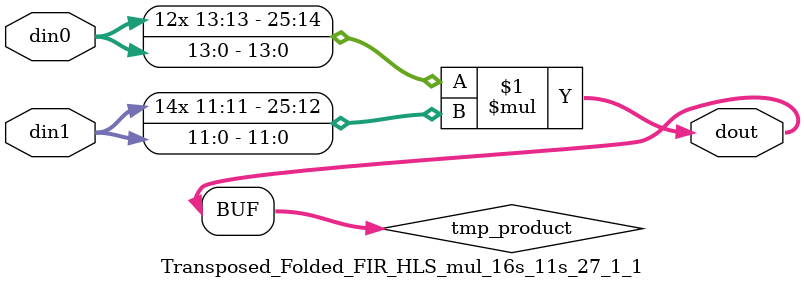
<source format=v>

`timescale 1 ns / 1 ps

 module Transposed_Folded_FIR_HLS_mul_16s_11s_27_1_1(din0, din1, dout);
parameter ID = 1;
parameter NUM_STAGE = 0;
parameter din0_WIDTH = 14;
parameter din1_WIDTH = 12;
parameter dout_WIDTH = 26;

input [din0_WIDTH - 1 : 0] din0; 
input [din1_WIDTH - 1 : 0] din1; 
output [dout_WIDTH - 1 : 0] dout;

wire signed [dout_WIDTH - 1 : 0] tmp_product;



























assign tmp_product = $signed(din0) * $signed(din1);








assign dout = tmp_product;





















endmodule

</source>
